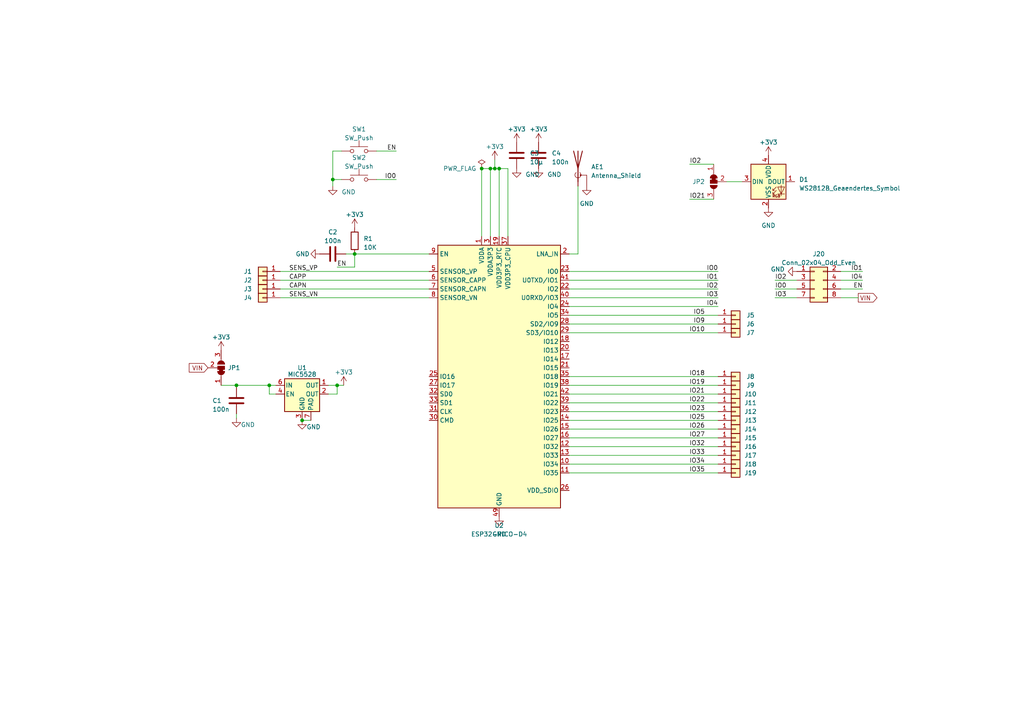
<source format=kicad_sch>
(kicad_sch (version 20211123) (generator eeschema)
  (paper "A4")
  (lib_symbols
    (symbol "Connector_Generic:Conn_01x01" (pin_names (offset 1.016) hide)
      (property "Reference" "J" (at 0 2.54 0))
      (property "Value" "Conn_01x01" (at 0 -2.54 0))
      (symbol "Conn_01x01_1_1"
        (rectangle (start -1.27 0.127) (end 0 -0.127) (stroke (width 0.1524)))
        (rectangle (start -1.27 1.27) (end 1.27 -1.27) (stroke (width 0.254)) (fill (type background)))
        (pin passive line (at -5.08 0 0) (length 3.81) (name "Pin_1") (number "1"))
      )
    )
    (symbol "Connector_Generic:Conn_02x04_Odd_Even" (pin_names (offset 1.016) hide)
      (property "Reference" "J" (at 1.27 5.08 0))
      (property "Value" "Conn_02x04_Odd_Even" (at 1.27 -7.62 0))
      (symbol "Conn_02x04_Odd_Even_1_1"
        (rectangle (start -1.27 -4.953) (end 0 -5.207) (stroke (width 0.1524)))
        (rectangle (start -1.27 -2.413) (end 0 -2.667) (stroke (width 0.1524)))
        (rectangle (start -1.27 0.127) (end 0 -0.127) (stroke (width 0.1524)))
        (rectangle (start -1.27 2.667) (end 0 2.413) (stroke (width 0.1524)))
        (rectangle (start -1.27 3.81) (end 3.81 -6.35) (stroke (width 0.254)) (fill (type background)))
        (rectangle (start 3.81 -4.953) (end 2.54 -5.207) (stroke (width 0.1524)))
        (rectangle (start 3.81 -2.413) (end 2.54 -2.667) (stroke (width 0.1524)))
        (rectangle (start 3.81 0.127) (end 2.54 -0.127) (stroke (width 0.1524)))
        (rectangle (start 3.81 2.667) (end 2.54 2.413) (stroke (width 0.1524)))
        (pin passive line (at -5.08 2.54 0) (length 3.81) (name "Pin_1") (number "1"))
        (pin passive line (at 7.62 2.54 180) (length 3.81) (name "Pin_2") (number "2"))
        (pin passive line (at -5.08 0 0) (length 3.81) (name "Pin_3") (number "3"))
        (pin passive line (at 7.62 0 180) (length 3.81) (name "Pin_4") (number "4"))
        (pin passive line (at -5.08 -2.54 0) (length 3.81) (name "Pin_5") (number "5"))
        (pin passive line (at 7.62 -2.54 180) (length 3.81) (name "Pin_6") (number "6"))
        (pin passive line (at -5.08 -5.08 0) (length 3.81) (name "Pin_7") (number "7"))
        (pin passive line (at 7.62 -5.08 180) (length 3.81) (name "Pin_8") (number "8"))
      )
    )
    (symbol "Device:Antenna_Shield" (pin_numbers hide) (pin_names (offset 1.016) hide)
      (property "Reference" "AE" (at -1.905 4.445 0))
      (property "Value" "Antenna_Shield" (at -1.905 2.54 0))
      (symbol "Antenna_Shield_0_1"
        (arc (start -0.508 -1.143) (mid -0.8429 -2.1194) (end 0 -2.667))
        (arc (start 0 -2.667) (mid 0.7989 -2.1052) (end 0.508 -1.143))
        (polyline (pts (xy 0 -2.54) (xy 0 0)))
        (polyline (pts (xy 0 5.08) (xy 0 -3.81)) (stroke (width 0.254)))
        (polyline (pts (xy 0.762 -1.905) (xy 2.54 -1.905)))
        (polyline (pts (xy 2.54 -2.54) (xy 2.54 -1.905)))
        (polyline (pts (xy 1.27 5.08) (xy 0 0) (xy -1.27 5.08)) (stroke (width 0.254)))
        (circle (center 0.762 -1.905) (radius 0.1778) (fill (type outline)))
      )
      (symbol "Antenna_Shield_1_1"
        (pin input line (at 0 -5.08 90) (length 2.54) (name "A") (number "1"))
        (pin input line (at 2.54 -5.08 90) (length 2.54) (name "Shield") (number "2"))
      )
    )
    (symbol "Device:C" (pin_numbers hide) (pin_names (offset 0.254))
      (property "Reference" "C" (at 0.635 2.54 0))
      (property "Value" "C" (at 0.635 -2.54 0))
      (symbol "C_0_1"
        (polyline (pts (xy -2.032 -0.762) (xy 2.032 -0.762)) (stroke (width 0.508)))
        (polyline (pts (xy -2.032 0.762) (xy 2.032 0.762)) (stroke (width 0.508)))
      )
      (symbol "C_1_1"
        (pin passive line (at 0 3.81 270) (length 2.794) (name "~") (number "1"))
        (pin passive line (at 0 -3.81 90) (length 2.794) (name "~") (number "2"))
      )
    )
    (symbol "Device:R" (pin_numbers hide) (pin_names (offset 0))
      (property "Reference" "R" (at 2.032 0 90))
      (property "Value" "R" (at 0 0 90))
      (symbol "R_0_1"
        (rectangle (start -1.016 -2.54) (end 1.016 2.54) (stroke (width 0.254)))
      )
      (symbol "R_1_1"
        (pin passive line (at 0 3.81 270) (length 1.27) (name "~") (number "1"))
        (pin passive line (at 0 -3.81 90) (length 1.27) (name "~") (number "2"))
      )
    )
    (symbol "Jumper:SolderJumper_3_Bridged12" (pin_names (offset 0) hide)
      (property "Reference" "JP" (at -2.54 -2.54 0))
      (property "Value" "SolderJumper_3_Bridged12" (at 0 2.794 0))
      (symbol "SolderJumper_3_Bridged12_0_1"
        (rectangle (start -1.016 0.508) (end -0.508 -0.508) (fill (type outline)))
        (arc (start -1.016 1.016) (mid -2.032 0) (end -1.016 -1.016))
        (arc (start -1.016 1.016) (mid -2.032 0) (end -1.016 -1.016) (fill (type outline)))
        (rectangle (start -0.508 1.016) (end 0.508 -1.016) (fill (type outline)))
        (polyline (pts (xy -2.54 0) (xy -2.032 0)))
        (polyline (pts (xy -1.016 1.016) (xy -1.016 -1.016)))
        (polyline (pts (xy 0 -1.27) (xy 0 -1.016)))
        (polyline (pts (xy 1.016 1.016) (xy 1.016 -1.016)))
        (polyline (pts (xy 2.54 0) (xy 2.032 0)))
        (arc (start 1.016 -1.016) (mid 2.032 0) (end 1.016 1.016))
        (arc (start 1.016 -1.016) (mid 2.032 0) (end 1.016 1.016) (fill (type outline)))
      )
      (symbol "SolderJumper_3_Bridged12_1_1"
        (pin passive line (at -5.08 0 0) (length 2.54) (name "A") (number "1"))
        (pin input line (at 0 -3.81 90) (length 2.54) (name "C") (number "2"))
        (pin passive line (at 5.08 0 180) (length 2.54) (name "B") (number "3"))
      )
    )
    (symbol "RF_Module:ESP32-PICO-D4"
      (property "Reference" "U" (at -17.78 39.37 0))
      (property "Value" "ESP32-PICO-D4" (at 3.81 39.37 0))
      (symbol "ESP32-PICO-D4_0_0"
        (pin power_in line (at -5.08 40.64 270) (length 2.54) (name "VDDA") (number "1"))
        (pin input line (at 20.32 -25.4 180) (length 2.54) (name "IO34") (number "10"))
        (pin input line (at 20.32 -27.94 180) (length 2.54) (name "IO35") (number "11"))
        (pin bidirectional line (at 20.32 -20.32 180) (length 2.54) (name "IO32") (number "12"))
        (pin bidirectional line (at 20.32 -22.86 180) (length 2.54) (name "IO33") (number "13"))
        (pin bidirectional line (at 20.32 -12.7 180) (length 2.54) (name "IO25") (number "14"))
        (pin bidirectional line (at 20.32 -15.24 180) (length 2.54) (name "IO26") (number "15"))
        (pin bidirectional line (at 20.32 -17.78 180) (length 2.54) (name "IO27") (number "16"))
        (pin bidirectional line (at 20.32 5.08 180) (length 2.54) (name "IO14") (number "17"))
        (pin bidirectional line (at 20.32 10.16 180) (length 2.54) (name "IO12") (number "18"))
        (pin power_in line (at 0 40.64 270) (length 2.54) (name "VDD3P3_RTC") (number "19"))
        (pin bidirectional line (at 20.32 35.56 180) (length 2.54) (name "LNA_IN") (number "2"))
        (pin bidirectional line (at 20.32 7.62 180) (length 2.54) (name "IO13") (number "20"))
        (pin bidirectional line (at 20.32 2.54 180) (length 2.54) (name "IO15") (number "21"))
        (pin bidirectional line (at 20.32 25.4 180) (length 2.54) (name "IO2") (number "22"))
        (pin bidirectional line (at 20.32 30.48 180) (length 2.54) (name "IO0") (number "23"))
        (pin bidirectional line (at 20.32 20.32 180) (length 2.54) (name "IO4") (number "24"))
        (pin bidirectional line (at -20.32 0 0) (length 2.54) (name "IO16") (number "25"))
        (pin power_out line (at 20.32 -33.02 180) (length 2.54) (name "VDD_SDIO") (number "26"))
        (pin bidirectional line (at -20.32 -2.54 0) (length 2.54) (name "IO17") (number "27"))
        (pin bidirectional line (at 20.32 15.24 180) (length 2.54) (name "SD2/IO9") (number "28"))
        (pin bidirectional line (at 20.32 12.7 180) (length 2.54) (name "SD3/IO10") (number "29"))
        (pin power_in line (at -2.54 40.64 270) (length 2.54) (name "VDDA3P3") (number "3"))
        (pin bidirectional line (at -20.32 -12.7 0) (length 2.54) (name "CMD") (number "30"))
        (pin bidirectional line (at -20.32 -10.16 0) (length 2.54) (name "CLK") (number "31"))
        (pin bidirectional line (at -20.32 -5.08 0) (length 2.54) (name "SD0") (number "32"))
        (pin bidirectional line (at -20.32 -7.62 0) (length 2.54) (name "SD1") (number "33"))
        (pin bidirectional line (at 20.32 17.78 180) (length 2.54) (name "IO5") (number "34"))
        (pin bidirectional line (at 20.32 0 180) (length 2.54) (name "IO18") (number "35"))
        (pin bidirectional line (at 20.32 -10.16 180) (length 2.54) (name "IO23") (number "36"))
        (pin power_in line (at 2.54 40.64 270) (length 2.54) (name "VDD3P3_CPU") (number "37"))
        (pin bidirectional line (at 20.32 -2.54 180) (length 2.54) (name "IO19") (number "38"))
        (pin bidirectional line (at 20.32 -7.62 180) (length 2.54) (name "IO22") (number "39"))
        (pin passive line (at -2.54 40.64 270) (length 2.54) hide (name "VDDA3P3") (number "4"))
        (pin bidirectional line (at 20.32 22.86 180) (length 2.54) (name "U0RXD/IO3") (number "40"))
        (pin bidirectional line (at 20.32 27.94 180) (length 2.54) (name "U0TXD/IO1") (number "41"))
        (pin bidirectional line (at 20.32 -5.08 180) (length 2.54) (name "IO21") (number "42"))
        (pin passive line (at -5.08 40.64 270) (length 2.54) hide (name "VDDA") (number "43"))
        (pin no_connect line (at -17.78 -25.4 0) (length 2.54) hide (name "XTAL_N_NC") (number "44"))
        (pin no_connect line (at -17.78 -27.94 0) (length 2.54) hide (name "XTAL_P_NC") (number "45"))
        (pin passive line (at -5.08 40.64 270) (length 2.54) hide (name "VDDA") (number "46"))
        (pin no_connect line (at -17.78 -30.48 0) (length 2.54) hide (name "CAP2_NC") (number "47"))
        (pin no_connect line (at -17.78 -33.02 0) (length 2.54) hide (name "CAP1_NC") (number "48"))
        (pin power_in line (at 0 -40.64 90) (length 2.54) (name "GND") (number "49"))
        (pin input line (at -20.32 30.48 0) (length 2.54) (name "SENSOR_VP") (number "5"))
        (pin input line (at -20.32 27.94 0) (length 2.54) (name "SENSOR_CAPP") (number "6"))
        (pin input line (at -20.32 25.4 0) (length 2.54) (name "SENSOR_CAPN") (number "7"))
        (pin input line (at -20.32 22.86 0) (length 2.54) (name "SENSOR_VN") (number "8"))
        (pin input line (at -20.32 35.56 0) (length 2.54) (name "EN") (number "9"))
      )
      (symbol "ESP32-PICO-D4_0_1"
        (rectangle (start -17.78 38.1) (end 17.78 -38.1) (stroke (width 0.254)) (fill (type background)))
      )
    )
    (symbol "Switch:SW_Push" (pin_numbers hide) (pin_names (offset 1.016) hide)
      (property "Reference" "SW" (at 1.27 2.54 0))
      (property "Value" "SW_Push" (at 0 -1.524 0))
      (symbol "SW_Push_0_1"
        (circle (center -2.032 0) (radius 0.508))
        (polyline (pts (xy 0 1.27) (xy 0 3.048)))
        (polyline (pts (xy 2.54 1.27) (xy -2.54 1.27)))
        (circle (center 2.032 0) (radius 0.508))
        (pin passive line (at -5.08 0 0) (length 2.54) (name "1") (number "1"))
        (pin passive line (at 5.08 0 180) (length 2.54) (name "2") (number "2"))
      )
    )
    (symbol "TheBrutzlers_Lib:MIC5528" (pin_names (offset 0.254))
      (property "Reference" "U1" (at 0 12.7 0))
      (property "Value" "MIC5528" (at 0 10.16 0))
      (symbol "MIC5528_0_1"
        (rectangle (start -5.08 4.445) (end 5.08 -5.08) (stroke (width 0.254)) (fill (type background)))
      )
      (symbol "MIC5528_1_1"
        (pin power_out line (at 7.62 2.54 180) (length 2.54) (name "OUT") (number "1"))
        (pin power_in line (at 7.62 0 180) (length 2.54) (name "OUT") (number "2"))
        (pin power_in line (at 0 -7.62 90) (length 2.54) (name "GND") (number "3"))
        (pin input line (at -7.62 0 0) (length 2.54) (name "EN") (number "4"))
        (pin no_connect line (at -7.62 -2.54 0) (length 2.54) hide (name "NC") (number "5"))
        (pin power_in line (at -7.62 2.54 0) (length 2.54) (name "IN") (number "6"))
        (pin passive line (at 2.54 -7.62 90) (length 2.54) (name "PAD") (number "7"))
      )
    )
    (symbol "TheBrutzlers_Lib:WS2812B_Geaendertes_Symbol" (pin_names (offset 0.254))
      (property "Reference" "D1" (at 9.525 0.6351 0))
      (property "Value" "WS2812B_Geaendertes_Symbol" (at 9.525 -1.9049 0))
      (symbol "WS2812B_Geaendertes_Symbol_0_0"
        (text "RGB" (at 2.286 -4.191 0) (effects (font (size 0.762 0.762))))
      )
      (symbol "WS2812B_Geaendertes_Symbol_0_1"
        (polyline (pts (xy 1.27 -3.556) (xy 1.778 -3.556)))
        (polyline (pts (xy 1.27 -2.54) (xy 1.778 -2.54)))
        (polyline (pts (xy 4.699 -3.556) (xy 2.667 -3.556)))
        (polyline (pts (xy 2.286 -2.54) (xy 1.27 -3.556) (xy 1.27 -3.048)))
        (polyline (pts (xy 2.286 -1.524) (xy 1.27 -2.54) (xy 1.27 -2.032)))
        (polyline (pts (xy 3.683 -1.016) (xy 3.683 -3.556) (xy 3.683 -4.064)))
        (polyline (pts (xy 4.699 -1.524) (xy 2.667 -1.524) (xy 3.683 -3.556) (xy 4.699 -1.524)))
        (rectangle (start 5.08 5.08) (end -5.08 -5.08) (stroke (width 0.254)) (fill (type background)))
      )
      (symbol "WS2812B_Geaendertes_Symbol_1_1"
        (pin output line (at 7.62 0 180) (length 2.54) (name "DOUT") (number "1"))
        (pin power_in line (at 0 -7.62 90) (length 2.54) (name "VSS") (number "2"))
        (pin input line (at -7.62 0 0) (length 2.54) (name "DIN") (number "3"))
        (pin power_in line (at 0 7.62 270) (length 2.54) (name "VDD") (number "4"))
      )
    )
    (symbol "power:+3V3" (power) (pin_names (offset 0))
      (property "Value" "+3V3" (at 0 3.556 0))
      (symbol "+3V3_0_1"
        (polyline (pts (xy -0.762 1.27) (xy 0 2.54)))
        (polyline (pts (xy 0 0) (xy 0 2.54)))
        (polyline (pts (xy 0 2.54) (xy 0.762 1.27)))
      )
      (symbol "+3V3_1_1"
        (pin power_in line (at 0 0 90) (length 0) hide (name "+3V3") (number "1"))
      )
    )
    (symbol "power:GND" (power) (pin_names (offset 0))
      (property "Value" "GND" (at 0 -3.81 0))
      (symbol "GND_0_1"
        (polyline (pts (xy 0 0) (xy 0 -1.27) (xy 1.27 -1.27) (xy 0 -2.54) (xy -1.27 -1.27) (xy 0 -1.27)))
      )
      (symbol "GND_1_1"
        (pin power_in line (at 0 0 270) (length 0) hide (name "GND") (number "1"))
      )
    )
    (symbol "power:PWR_FLAG" (power) (pin_numbers hide) (pin_names (offset 0) hide)
      (property "Value" "PWR_FLAG" (at 0 3.81 0))
      (symbol "PWR_FLAG_0_0"
        (pin power_out line (at 0 0 90) (length 0) (name "pwr") (number "1"))
      )
      (symbol "PWR_FLAG_0_1"
        (polyline (pts (xy 0 0) (xy 0 1.27) (xy -1.016 1.905) (xy 0 2.54) (xy 1.016 1.905) (xy 0 1.27)))
      )
    )
  )
  (junction (at 144.78 48.895) (diameter 0.9144))
  (junction (at 68.58 111.76) (diameter 0.9144))
  (junction (at 142.24 48.895) (diameter 0.9144))
  (junction (at 102.87 73.66) (diameter 0.9144))
  (junction (at 87.63 121.92))
  (junction (at 96.52 52.07) (diameter 0.9144))
  (junction (at 139.7 48.895) (diameter 0.9144))
  (junction (at 78.105 111.76))
  (junction (at 143.51 48.895) (diameter 0.9144))
  (junction (at 97.79 111.76))
  (wire (pts (xy 109.22 52.07) (xy 114.935 52.07)))
  (wire (pts (xy 165.1 91.44) (xy 208.28 91.44)))
  (wire (pts (xy 243.84 81.28) (xy 250.19 81.28)))
  (wire (pts (xy 165.1 121.92) (xy 208.28 121.92)))
  (wire (pts (xy 165.1 111.76) (xy 208.28 111.76)))
  (wire (pts (xy 165.1 86.36) (xy 208.28 86.36)))
  (wire (pts (xy 78.105 111.76) (xy 80.01 111.76)))
  (wire (pts (xy 95.25 111.76) (xy 97.79 111.76)))
  (wire (pts (xy 165.1 124.46) (xy 208.28 124.46)))
  (wire (pts (xy 243.84 83.82) (xy 250.19 83.82)))
  (wire (pts (xy 165.1 81.28) (xy 208.28 81.28)))
  (wire (pts (xy 96.52 43.815) (xy 96.52 52.07)))
  (wire (pts (xy 96.52 52.07) (xy 96.52 53.975)))
  (wire (pts (xy 99.06 43.815) (xy 96.52 43.815)))
  (wire (pts (xy 243.84 78.74) (xy 250.19 78.74)))
  (wire (pts (xy 142.24 48.895) (xy 142.24 68.58)))
  (wire (pts (xy 80.01 114.3) (xy 78.105 114.3)))
  (wire (pts (xy 95.25 114.3) (xy 97.79 114.3)))
  (wire (pts (xy 97.79 77.47) (xy 102.87 77.47)))
  (wire (pts (xy 102.87 73.66) (xy 102.87 77.47)))
  (wire (pts (xy 165.1 119.38) (xy 208.28 119.38)))
  (wire (pts (xy 144.78 48.895) (xy 144.78 68.58)))
  (wire (pts (xy 224.79 83.82) (xy 231.14 83.82)))
  (wire (pts (xy 165.1 83.82) (xy 208.28 83.82)))
  (wire (pts (xy 102.87 73.66) (xy 124.46 73.66)))
  (wire (pts (xy 200.025 47.625) (xy 207.01 47.625)))
  (wire (pts (xy 243.84 86.36) (xy 248.92 86.36)))
  (wire (pts (xy 97.79 114.3) (xy 97.79 111.76)))
  (wire (pts (xy 109.22 43.815) (xy 114.935 43.815)))
  (wire (pts (xy 165.1 132.08) (xy 208.28 132.08)))
  (wire (pts (xy 147.32 48.895) (xy 147.32 68.58)))
  (wire (pts (xy 165.1 129.54) (xy 208.28 129.54)))
  (wire (pts (xy 143.51 46.355) (xy 143.51 48.895)))
  (wire (pts (xy 81.28 81.28) (xy 124.46 81.28)))
  (wire (pts (xy 200.025 57.785) (xy 207.01 57.785)))
  (wire (pts (xy 99.06 52.07) (xy 96.52 52.07)))
  (wire (pts (xy 165.1 137.16) (xy 208.28 137.16)))
  (wire (pts (xy 81.28 83.82) (xy 124.46 83.82)))
  (wire (pts (xy 97.79 111.76) (xy 99.695 111.76)))
  (wire (pts (xy 224.79 81.28) (xy 231.14 81.28)))
  (wire (pts (xy 165.1 93.98) (xy 208.28 93.98)))
  (wire (pts (xy 139.7 48.895) (xy 139.7 68.58)))
  (wire (pts (xy 165.1 88.9) (xy 208.28 88.9)))
  (wire (pts (xy 142.24 48.895) (xy 139.7 48.895)))
  (wire (pts (xy 143.51 48.895) (xy 142.24 48.895)))
  (wire (pts (xy 144.78 48.895) (xy 143.51 48.895)))
  (wire (pts (xy 147.32 48.895) (xy 144.78 48.895)))
  (wire (pts (xy 81.28 86.36) (xy 124.46 86.36)))
  (wire (pts (xy 165.1 96.52) (xy 208.28 96.52)))
  (wire (pts (xy 68.58 111.76) (xy 68.58 112.395)))
  (wire (pts (xy 68.58 111.76) (xy 78.105 111.76)))
  (wire (pts (xy 78.105 114.3) (xy 78.105 111.76)))
  (wire (pts (xy 87.63 121.92) (xy 90.17 121.92)))
  (wire (pts (xy 224.79 86.36) (xy 231.14 86.36)))
  (wire (pts (xy 167.64 73.66) (xy 165.1 73.66)))
  (wire (pts (xy 64.135 111.76) (xy 68.58 111.76)))
  (wire (pts (xy 68.58 121.285) (xy 68.58 120.015)))
  (wire (pts (xy 210.82 52.705) (xy 215.265 52.705)))
  (wire (pts (xy 100.33 73.66) (xy 102.87 73.66)))
  (wire (pts (xy 165.1 116.84) (xy 208.28 116.84)))
  (wire (pts (xy 165.1 109.22) (xy 208.28 109.22)))
  (wire (pts (xy 165.1 134.62) (xy 208.28 134.62)))
  (wire (pts (xy 165.1 78.74) (xy 208.28 78.74)))
  (wire (pts (xy 165.1 127) (xy 208.28 127)))
  (wire (pts (xy 167.64 53.975) (xy 167.64 73.66)))
  (wire (pts (xy 81.28 78.74) (xy 124.46 78.74)))
  (wire (pts (xy 165.1 114.3) (xy 208.28 114.3)))
  (label "IO21" (at 200.025 57.785 0))
  (label "IO3" (at 224.79 86.36 0))
  (label "IO25" (at 204.47 121.92 180))
  (label "IO4" (at 208.28 88.9 180))
  (label "IO1" (at 250.19 78.74 180))
  (label "EN" (at 114.935 43.815 180))
  (label "IO4" (at 250.19 81.28 180))
  (label "EN" (at 97.79 77.47 0))
  (label "IO34" (at 204.47 134.62 180))
  (label "SENS_VN" (at 83.82 86.36 0))
  (label "IO23" (at 204.47 119.38 180))
  (label "CAPP" (at 83.82 81.28 0))
  (label "IO32" (at 204.47 129.54 180))
  (label "IO2" (at 208.28 83.82 180))
  (label "IO2" (at 200.025 47.625 0))
  (label "IO22" (at 204.47 116.84 180))
  (label "IO19" (at 204.47 111.76 180))
  (label "IO33" (at 204.47 132.08 180))
  (label "IO10" (at 204.47 96.52 180))
  (label "IO5" (at 204.47 91.44 180))
  (label "IO18" (at 204.47 109.22 180))
  (label "IO0" (at 208.28 78.74 180))
  (label "IO9" (at 204.47 93.98 180))
  (label "IO0" (at 224.79 83.82 0))
  (label "IO21" (at 204.47 114.3 180))
  (label "IO1" (at 208.28 81.28 180))
  (label "CAPN" (at 83.82 83.82 0))
  (label "IO35" (at 204.47 137.16 180))
  (label "IO26" (at 204.47 124.46 180))
  (label "IO0" (at 114.935 52.07 180))
  (label "IO27" (at 204.47 127 180))
  (label "IO2" (at 224.79 81.28 0))
  (label "EN" (at 250.19 83.82 180))
  (label "SENS_VP" (at 83.82 78.74 0))
  (label "IO3" (at 208.28 86.36 180))
  (global_label "VIN" (shape output) (at 248.92 86.36 0) (property "Intersheet References" "${INTERSHEET_REFS}" (effects hide)))
  (global_label "VIN" (shape input) (at 60.325 106.68 180) (property "Intersheet References" "${INTERSHEET_REFS}" (effects hide)))
  (symbol (lib_id "power:GND") (at 87.63 121.92 0) (unit 1)
    (property "Reference" "#PWR0101" (effects hide))
    (property "Value" "GND" (at 88.9 123.825 0) (effects (justify left)))
  )
  (symbol (lib_id "power:+3V3") (at 156.21 41.275 0) (unit 1)
    (property "Reference" "#PWR012" (effects hide))
    (property "Value" "+3V3" (at 156.21 37.465 0))
  )
  (symbol (lib_id "TheBrutzlers_Lib:WS2812B_Geaendertes_Symbol") (at 222.885 52.705 0) (unit 1)
    (property "Reference" "D1" (at 231.775 52.0699 0) (effects (justify left)))
    (property "Value" "WS2812B_Geaendertes_Symbol" (at 231.775 54.6099 0) (effects (justify left)))
    (property "Footprint" "LED_SMD:LED_Cree-PLCC4_2x2mm_CW" (effects hide))
    (property "Datasheet" "https://cdn-shop.adafruit.com/datasheets/WS2812B.pdf" (effects hide))
    (property "LCSC" "C965556" (effects hide))
  )
  (symbol (lib_id "Device:C") (at 156.21 45.085 180) (unit 1)
    (property "Reference" "C4" (at 160.02 44.4499 0) (effects (justify right)))
    (property "Value" "100n" (at 160.02 46.9899 0) (effects (justify right)))
    (property "Footprint" "Capacitor_SMD:C_0603_1608Metric" (effects hide))
    (property "LCSC" "C282519" (effects hide))
  )
  (symbol (lib_id "Device:C") (at 96.52 73.66 270) (unit 1)
    (property "Reference" "C2" (at 96.52 67.31 90))
    (property "Value" "100n" (at 96.52 69.85 90))
    (property "Footprint" "Capacitor_SMD:C_0603_1608Metric" (effects hide))
    (property "LCSC" "C282519" (effects hide))
  )
  (symbol (lib_id "Device:C") (at 149.86 45.085 180) (unit 1)
    (property "Reference" "C3" (at 153.67 44.4499 0) (effects (justify right)))
    (property "Value" "10µ" (at 153.67 46.9899 0) (effects (justify right)))
    (property "Footprint" "Capacitor_SMD:C_0603_1608Metric" (effects hide))
    (property "LCSC" "C85713" (effects hide))
  )
  (symbol (lib_id "Connector_Generic:Conn_01x01") (at 213.36 121.92 0) (unit 1)
    (property "Reference" "J13" (at 217.678 121.92 0))
    (property "Value" "Conn_01x01" (effects hide))
    (property "Footprint" "Eigene:CON_1x01" (effects hide))
  )
  (symbol (lib_id "Connector_Generic:Conn_01x01") (at 76.2 86.36 180) (unit 1)
    (property "Reference" "J4" (at 71.882 86.36 0))
    (property "Value" "Conn_01x01" (effects hide))
    (property "Footprint" "Eigene:CON_1x01" (effects hide))
  )
  (symbol (lib_id "Switch:SW_Push") (at 104.14 52.07 0) (unit 1)
    (property "Reference" "SW2" (at 104.14 45.72 0))
    (property "Value" "SW_Push" (at 104.14 48.26 0))
    (property "Footprint" "TheBrutzlers_Lib:microswitch" (effects hide))
    (property "LCSC" "C100056" (effects hide))
  )
  (symbol (lib_id "power:GND") (at 149.86 48.895 0) (unit 1)
    (property "Reference" "#PWR011" (effects hide))
    (property "Value" "GND" (at 152.4 50.6094 0) (effects (justify left)))
  )
  (symbol (lib_id "Connector_Generic:Conn_01x01") (at 213.36 137.16 0) (unit 1)
    (property "Reference" "J19" (at 217.678 137.16 0))
    (property "Value" "Conn_01x01" (effects hide))
    (property "Footprint" "Eigene:CON_1x01" (effects hide))
  )
  (symbol (lib_id "Connector_Generic:Conn_01x01") (at 213.36 93.98 0) (unit 1)
    (property "Reference" "J6" (at 217.678 93.98 0))
    (property "Value" "Conn_01x01" (effects hide))
    (property "Footprint" "Eigene:CON_1x01" (effects hide))
  )
  (symbol (lib_id "Connector_Generic:Conn_01x01") (at 213.36 114.3 0) (unit 1)
    (property "Reference" "J10" (at 217.678 114.3 0))
    (property "Value" "Conn_01x01" (effects hide))
    (property "Footprint" "Eigene:CON_1x01" (effects hide))
  )
  (symbol (lib_id "Connector_Generic:Conn_01x01") (at 76.2 78.74 180) (unit 1)
    (property "Reference" "J1" (at 71.882 78.74 0))
    (property "Value" "Conn_01x01" (effects hide))
    (property "Footprint" "Eigene:CON_1x01" (effects hide))
  )
  (symbol (lib_id "Connector_Generic:Conn_01x01") (at 213.36 124.46 0) (unit 1)
    (property "Reference" "J14" (at 217.678 124.46 0))
    (property "Value" "Conn_01x01" (effects hide))
    (property "Footprint" "Eigene:CON_1x01" (effects hide))
  )
  (symbol (lib_id "Jumper:SolderJumper_3_Bridged12") (at 207.01 52.705 90) (mirror x) (unit 1)
    (property "Reference" "JP2" (at 204.47 52.7049 90) (effects (justify left)))
    (property "Value" "SolderJumper_3_Bridged12" (effects hide))
    (property "Footprint" "Jumper:SolderJumper-3_P1.3mm_Bridged12_RoundedPad1.0x1.5mm" (effects hide))
  )
  (symbol (lib_id "Connector_Generic:Conn_01x01") (at 213.36 96.52 0) (unit 1)
    (property "Reference" "J7" (at 217.678 96.52 0))
    (property "Value" "Conn_01x01" (effects hide))
    (property "Footprint" "Eigene:CON_1x01" (effects hide))
  )
  (symbol (lib_id "Connector_Generic:Conn_01x01") (at 213.36 119.38 0) (unit 1)
    (property "Reference" "J12" (at 217.678 119.38 0))
    (property "Value" "Conn_01x01" (effects hide))
    (property "Footprint" "Eigene:CON_1x01" (effects hide))
  )
  (symbol (lib_id "power:GND") (at 96.52 53.975 0) (unit 1)
    (property "Reference" "#PWR05" (effects hide))
    (property "Value" "GND" (at 99.06 55.6894 0) (effects (justify left)))
  )
  (symbol (lib_id "Device:C") (at 68.58 116.205 180) (unit 1)
    (property "Reference" "C1" (at 61.595 116.205 0) (effects (justify right)))
    (property "Value" "100n" (at 61.595 118.745 0) (effects (justify right)))
    (property "Footprint" "Capacitor_SMD:C_0603_1608Metric" (effects hide))
    (property "LCSC" "C282519" (effects hide))
  )
  (symbol (lib_id "Connector_Generic:Conn_02x04_Odd_Even") (at 236.22 81.28 0) (unit 1)
    (property "Reference" "J20" (at 237.49 73.66 0))
    (property "Value" "Conn_02x04_Odd_Even" (at 237.49 76.2 0))
    (property "Footprint" "Connector_PinHeader_2.54mm:PinHeader_2x04_P2.54mm_Vertical" (effects hide))
  )
  (symbol (lib_id "Connector_Generic:Conn_01x01") (at 213.36 134.62 0) (unit 1)
    (property "Reference" "J18" (at 217.678 134.62 0))
    (property "Value" "Conn_01x01" (effects hide))
    (property "Footprint" "Eigene:CON_1x01" (effects hide))
  )
  (symbol (lib_id "power:+3V3") (at 102.87 66.04 0) (unit 1)
    (property "Reference" "#PWR07" (effects hide))
    (property "Value" "+3V3" (at 102.87 62.23 0))
  )
  (symbol (lib_id "Device:Antenna_Shield") (at 167.64 48.895 0) (unit 1)
    (property "Reference" "AE1" (at 171.45 48.3869 0) (effects (justify left)))
    (property "Value" "Antenna_Shield" (at 171.45 50.9269 0) (effects (justify left)))
    (property "Footprint" "RF_Antenna:Texas_SWRA117D_2.4GHz_Left" (effects hide))
  )
  (symbol (lib_id "Connector_Generic:Conn_01x01") (at 213.36 111.76 0) (unit 1)
    (property "Reference" "J9" (at 217.678 111.76 0))
    (property "Value" "Conn_01x01" (effects hide))
    (property "Footprint" "Eigene:CON_1x01" (effects hide))
  )
  (symbol (lib_id "power:GND") (at 156.21 48.895 0) (unit 1)
    (property "Reference" "#PWR013" (effects hide))
    (property "Value" "GND" (at 158.75 50.6094 0) (effects (justify left)))
  )
  (symbol (lib_id "power:PWR_FLAG") (at 139.7 48.895 0) (unit 1)
    (property "Reference" "#FLG01" (effects hide))
    (property "Value" "PWR_FLAG" (at 133.35 48.895 0))
  )
  (symbol (lib_id "power:+3V3") (at 149.86 41.275 0) (unit 1)
    (property "Reference" "#PWR010" (effects hide))
    (property "Value" "+3V3" (at 149.86 37.465 0))
  )
  (symbol (lib_id "power:GND") (at 68.58 121.285 0) (unit 1)
    (property "Reference" "#PWR02" (effects hide))
    (property "Value" "GND" (at 69.85 123.19 0) (effects (justify left)))
  )
  (symbol (lib_id "Jumper:SolderJumper_3_Bridged12") (at 64.135 106.68 270) (mirror x) (unit 1)
    (property "Reference" "JP1" (at 66.04 106.6799 90) (effects (justify left)))
    (property "Value" "SolderJumper_3_Bridged12" (effects hide))
    (property "Footprint" "Jumper:SolderJumper-3_P1.3mm_Bridged12_RoundedPad1.0x1.5mm" (effects hide))
  )
  (symbol (lib_id "Connector_Generic:Conn_01x01") (at 213.36 129.54 0) (unit 1)
    (property "Reference" "J16" (at 217.678 129.54 0))
    (property "Value" "Conn_01x01" (effects hide))
    (property "Footprint" "Eigene:CON_1x01" (effects hide))
  )
  (symbol (lib_id "power:GND") (at 170.18 53.975 0) (unit 1)
    (property "Reference" "#PWR014" (effects hide))
    (property "Value" "GND" (at 170.18 59.055 0))
  )
  (symbol (lib_id "Device:R") (at 102.87 69.85 0) (unit 1)
    (property "Reference" "R1" (at 105.41 69.2149 0) (effects (justify left)))
    (property "Value" "10K" (at 105.41 71.7549 0) (effects (justify left)))
    (property "Footprint" "Resistor_SMD:R_0603_1608Metric" (effects hide))
    (property "LCSC" "C73809" (effects hide))
  )
  (symbol (lib_id "RF_Module:ESP32-PICO-D4") (at 144.78 109.22 0) (unit 1)
    (property "Reference" "U2" (at 144.78 152.4 0))
    (property "Value" "ESP32-PICO-D4" (at 144.78 154.94 0))
    (property "Footprint" "Package_DFN_QFN:QFN-48-1EP_7x7mm_P0.5mm_EP5.3x5.3mm" (effects hide))
    (property "Datasheet" "https://www.espressif.com/sites/default/files/documentation/esp32-pico-d4_datasheet_en.pdf" (effects hide))
    (property "LCSC" " C193707 " (effects hide))
  )
  (symbol (lib_id "power:GND") (at 92.71 73.66 270) (unit 1)
    (property "Reference" "#PWR04" (effects hide))
    (property "Value" "GND" (at 85.725 73.6599 90) (effects (justify left)))
  )
  (symbol (lib_id "Connector_Generic:Conn_01x01") (at 213.36 109.22 0) (unit 1)
    (property "Reference" "J8" (at 217.678 109.22 0))
    (property "Value" "Conn_01x01" (effects hide))
    (property "Footprint" "Eigene:CON_1x01" (effects hide))
  )
  (symbol (lib_id "power:GND") (at 144.78 149.86 0) (unit 1)
    (property "Reference" "#PWR09" (effects hide))
    (property "Value" "GND" (at 144.78 154.94 0))
  )
  (symbol (lib_id "Connector_Generic:Conn_01x01") (at 213.36 132.08 0) (unit 1)
    (property "Reference" "J17" (at 217.678 132.08 0))
    (property "Value" "Conn_01x01" (effects hide))
    (property "Footprint" "Eigene:CON_1x01" (effects hide))
  )
  (symbol (lib_id "Connector_Generic:Conn_01x01") (at 213.36 127 0) (unit 1)
    (property "Reference" "J15" (at 217.678 127 0))
    (property "Value" "Conn_01x01" (effects hide))
    (property "Footprint" "Eigene:CON_1x01" (effects hide))
  )
  (symbol (lib_id "Connector_Generic:Conn_01x01") (at 76.2 83.82 180) (unit 1)
    (property "Reference" "J3" (at 71.882 83.82 0))
    (property "Value" "Conn_01x01" (effects hide))
    (property "Footprint" "Eigene:CON_1x01" (effects hide))
  )
  (symbol (lib_id "power:+3V3") (at 143.51 46.355 0) (unit 1)
    (property "Reference" "#PWR08" (effects hide))
    (property "Value" "+3V3" (at 143.51 42.545 0))
  )
  (symbol (lib_id "power:+3V3") (at 222.885 45.085 0) (unit 1)
    (property "Reference" "#PWR015" (effects hide))
    (property "Value" "+3V3" (at 222.885 41.275 0))
  )
  (symbol (lib_id "Connector_Generic:Conn_01x01") (at 213.36 91.44 0) (unit 1)
    (property "Reference" "J5" (at 217.678 91.44 0))
    (property "Value" "Conn_01x01" (effects hide))
    (property "Footprint" "Eigene:CON_1x01" (effects hide))
  )
  (symbol (lib_id "TheBrutzlers_Lib:MIC5528") (at 87.63 114.3 0) (unit 1)
    (property "Reference" "U1" (at 87.63 106.68 0))
    (property "Value" "MIC5528" (at 87.63 108.585 0))
    (property "Footprint" "TheBrutzlers_Lib:DFN-6-1EP_1.2x1.2mm_P0.4mm_EP0.3x0.94mm_PullBack" (effects hide))
    (property "Datasheet" "https://datasheet.lcsc.com/lcsc/2210180530_Microchip-Tech-MIC5528-3-3YMT-TR_C622490.pdf" (effects hide))
    (property "LCSC" "C622490" (effects hide))
  )
  (symbol (lib_id "Connector_Generic:Conn_01x01") (at 76.2 81.28 180) (unit 1)
    (property "Reference" "J2" (at 71.882 81.28 0))
    (property "Value" "Conn_01x01" (effects hide))
    (property "Footprint" "Eigene:CON_1x01" (effects hide))
  )
  (symbol (lib_id "power:+3V3") (at 99.695 111.76 0) (unit 1)
    (property "Reference" "#PWR06" (effects hide))
    (property "Value" "+3V3" (at 99.695 107.95 0))
  )
  (symbol (lib_id "Switch:SW_Push") (at 104.14 43.815 0) (unit 1)
    (property "Reference" "SW1" (at 104.14 37.465 0))
    (property "Value" "SW_Push" (at 104.14 40.005 0))
    (property "Footprint" "TheBrutzlers_Lib:microswitch" (effects hide))
    (property "Datasheet" "https://datasheet.lcsc.com/lcsc/2001132236_HYP--Hongyuan-Precision-1TS028B-1100-0450-CT_C482003.pdf" (effects hide))
    (property "LCSC" "C482003" (effects hide))
  )
  (symbol (lib_id "power:GND") (at 231.14 78.74 270) (unit 1)
    (property "Reference" "#PWR017" (effects hide))
    (property "Value" "GND" (at 223.52 78.1049 90) (effects (justify left)))
  )
  (symbol (lib_id "power:GND") (at 222.885 60.325 0) (unit 1)
    (property "Reference" "#PWR016" (effects hide))
    (property "Value" "GND" (at 222.885 65.405 0))
  )
  (symbol (lib_id "Connector_Generic:Conn_01x01") (at 213.36 116.84 0) (unit 1)
    (property "Reference" "J11" (at 217.678 116.84 0))
    (property "Value" "Conn_01x01" (effects hide))
    (property "Footprint" "Eigene:CON_1x01" (effects hide))
  )
  (symbol (lib_id "power:+3V3") (at 64.135 101.6 0) (unit 1)
    (property "Reference" "#PWR01" (effects hide))
    (property "Value" "+3V3" (at 64.135 97.79 0))
  )
)
</source>
